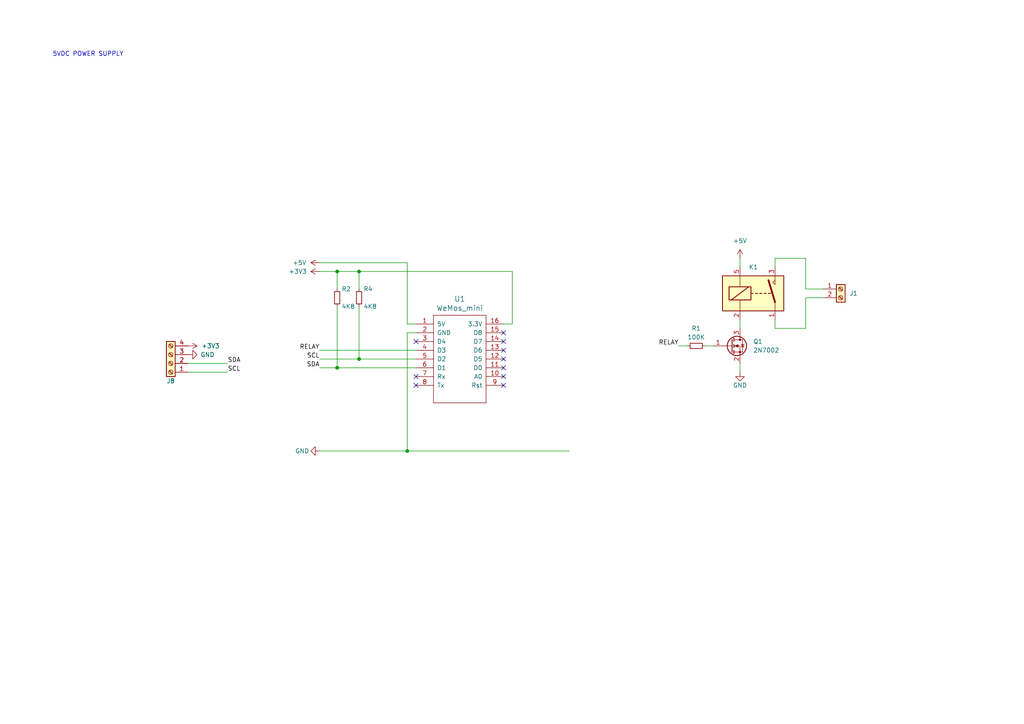
<source format=kicad_sch>
(kicad_sch (version 20230121) (generator eeschema)
  (paper "A4")
  (lib_symbols
    (symbol "Connector:Screw_Terminal_01x02" (pin_names (offset 1.016) hide)
      (property "Reference" "J" (at 0 2.54 0))
      (property "Value" "Screw_Terminal_01x02" (at 0 -5.08 0))
      (symbol "Screw_Terminal_01x02_1_1"
        (rectangle (start -1.27 1.27) (end 1.27 -3.81) (stroke (width 0.254)) (fill (type background)))
        (circle (center 0 -2.54) (radius 0.635) (stroke (width 0.1524)))
        (polyline (pts (xy -0.5334 -2.2098) (xy 0.3302 -3.048)) (stroke (width 0.1524)))
        (polyline (pts (xy -0.5334 0.3302) (xy 0.3302 -0.508)) (stroke (width 0.1524)))
        (polyline (pts (xy -0.3556 -2.032) (xy 0.508 -2.8702)) (stroke (width 0.1524)))
        (polyline (pts (xy -0.3556 0.508) (xy 0.508 -0.3302)) (stroke (width 0.1524)))
        (circle (center 0 0) (radius 0.635) (stroke (width 0.1524)))
        (pin passive line (at -5.08 0 0) (length 3.81) (name "Pin_1") (number "1"))
        (pin passive line (at -5.08 -2.54 0) (length 3.81) (name "Pin_2") (number "2"))
      )
    )
    (symbol "Connector:Screw_Terminal_01x04" (pin_names (offset 1.016) hide)
      (property "Reference" "J" (at 0 5.08 0))
      (property "Value" "Screw_Terminal_01x04" (at 0 -7.62 0))
      (symbol "Screw_Terminal_01x04_1_1"
        (rectangle (start -1.27 3.81) (end 1.27 -6.35) (stroke (width 0.254)) (fill (type background)))
        (circle (center 0 -5.08) (radius 0.635) (stroke (width 0.1524)))
        (circle (center 0 -2.54) (radius 0.635) (stroke (width 0.1524)))
        (polyline (pts (xy -0.5334 -4.7498) (xy 0.3302 -5.588)) (stroke (width 0.1524)))
        (polyline (pts (xy -0.5334 -2.2098) (xy 0.3302 -3.048)) (stroke (width 0.1524)))
        (polyline (pts (xy -0.5334 0.3302) (xy 0.3302 -0.508)) (stroke (width 0.1524)))
        (polyline (pts (xy -0.5334 2.8702) (xy 0.3302 2.032)) (stroke (width 0.1524)))
        (polyline (pts (xy -0.3556 -4.572) (xy 0.508 -5.4102)) (stroke (width 0.1524)))
        (polyline (pts (xy -0.3556 -2.032) (xy 0.508 -2.8702)) (stroke (width 0.1524)))
        (polyline (pts (xy -0.3556 0.508) (xy 0.508 -0.3302)) (stroke (width 0.1524)))
        (polyline (pts (xy -0.3556 3.048) (xy 0.508 2.2098)) (stroke (width 0.1524)))
        (circle (center 0 0) (radius 0.635) (stroke (width 0.1524)))
        (circle (center 0 2.54) (radius 0.635) (stroke (width 0.1524)))
        (pin passive line (at -5.08 2.54 0) (length 3.81) (name "Pin_1") (number "1"))
        (pin passive line (at -5.08 0 0) (length 3.81) (name "Pin_2") (number "2"))
        (pin passive line (at -5.08 -2.54 0) (length 3.81) (name "Pin_3") (number "3"))
        (pin passive line (at -5.08 -5.08 0) (length 3.81) (name "Pin_4") (number "4"))
      )
    )
    (symbol "Device:R_Small" (pin_numbers hide) (pin_names (offset 0.254) hide)
      (property "Reference" "R" (at 0.762 0.508 0))
      (property "Value" "R_Small" (at 0.762 -1.016 0))
      (symbol "R_Small_0_1"
        (rectangle (start -0.762 1.778) (end 0.762 -1.778) (stroke (width 0.2032)))
      )
      (symbol "R_Small_1_1"
        (pin passive line (at 0 2.54 270) (length 0.762) (name "~") (number "1"))
        (pin passive line (at 0 -2.54 90) (length 0.762) (name "~") (number "2"))
      )
    )
    (symbol "Relay:SANYOU_SRD_Form_A"
      (property "Reference" "K" (at 8.89 3.81 0))
      (property "Value" "SANYOU_SRD_Form_A" (at 8.89 1.27 0))
      (symbol "SANYOU_SRD_Form_A_0_0"
        (polyline (pts (xy 5.08 5.08) (xy 5.08 2.54) (xy 4.445 3.175) (xy 5.08 3.81)))
      )
      (symbol "SANYOU_SRD_Form_A_0_1"
        (rectangle (start -10.16 5.08) (end 7.62 -5.08) (stroke (width 0.254)) (fill (type background)))
        (rectangle (start -8.255 1.905) (end -1.905 -1.905) (stroke (width 0.254)))
        (polyline (pts (xy -7.62 -1.905) (xy -2.54 1.905)) (stroke (width 0.254)))
        (polyline (pts (xy -5.08 -5.08) (xy -5.08 -1.905)))
        (polyline (pts (xy -5.08 5.08) (xy -5.08 1.905)))
        (polyline (pts (xy -1.905 0) (xy -1.27 0)) (stroke (width 0.254)))
        (polyline (pts (xy -0.635 0) (xy 0 0)) (stroke (width 0.254)))
        (polyline (pts (xy 0.635 0) (xy 1.27 0)) (stroke (width 0.254)))
        (polyline (pts (xy 1.905 0) (xy 2.54 0)) (stroke (width 0.254)))
        (polyline (pts (xy 3.175 0) (xy 3.81 0)) (stroke (width 0.254)))
        (polyline (pts (xy 5.08 -2.54) (xy 3.175 3.81)) (stroke (width 0.508)))
        (polyline (pts (xy 5.08 -2.54) (xy 5.08 -5.08)))
      )
      (symbol "SANYOU_SRD_Form_A_1_1"
        (pin passive line (at 5.08 -7.62 90) (length 2.54) (name "~") (number "1"))
        (pin passive line (at -5.08 -7.62 90) (length 2.54) (name "~") (number "2"))
        (pin passive line (at 5.08 7.62 270) (length 2.54) (name "~") (number "3"))
        (pin passive line (at -5.08 7.62 270) (length 2.54) (name "~") (number "5"))
      )
    )
    (symbol "Transistor_FET:2N7002" (pin_names hide)
      (property "Reference" "Q" (at 5.08 1.905 0))
      (property "Value" "2N7002" (at 5.08 0 0))
      (symbol "2N7002_0_1"
        (polyline (pts (xy 0.254 0) (xy -2.54 0)))
        (polyline (pts (xy 0.254 1.905) (xy 0.254 -1.905)) (stroke (width 0.254)))
        (polyline (pts (xy 0.762 -1.27) (xy 0.762 -2.286)) (stroke (width 0.254)))
        (polyline (pts (xy 0.762 0.508) (xy 0.762 -0.508)) (stroke (width 0.254)))
        (polyline (pts (xy 0.762 2.286) (xy 0.762 1.27)) (stroke (width 0.254)))
        (polyline (pts (xy 2.54 2.54) (xy 2.54 1.778)))
        (polyline (pts (xy 2.54 -2.54) (xy 2.54 0) (xy 0.762 0)))
        (polyline (pts (xy 0.762 -1.778) (xy 3.302 -1.778) (xy 3.302 1.778) (xy 0.762 1.778)))
        (polyline (pts (xy 1.016 0) (xy 2.032 0.381) (xy 2.032 -0.381) (xy 1.016 0)) (fill (type outline)))
        (polyline (pts (xy 2.794 0.508) (xy 2.921 0.381) (xy 3.683 0.381) (xy 3.81 0.254)))
        (polyline (pts (xy 3.302 0.381) (xy 2.921 -0.254) (xy 3.683 -0.254) (xy 3.302 0.381)))
        (circle (center 1.651 0) (radius 2.794) (stroke (width 0.254)))
        (circle (center 2.54 -1.778) (radius 0.254) (fill (type outline)))
        (circle (center 2.54 1.778) (radius 0.254) (fill (type outline)))
      )
      (symbol "2N7002_1_1"
        (pin input line (at -5.08 0 0) (length 2.54) (name "G") (number "1"))
        (pin passive line (at 2.54 -5.08 90) (length 2.54) (name "S") (number "2"))
        (pin passive line (at 2.54 5.08 270) (length 2.54) (name "D") (number "3"))
      )
    )
    (symbol "multi001-v1-rescue:WeMos_mini-PDJR" (pin_names (offset 1.016))
      (property "Reference" "U" (at 0 12.7 0))
      (property "Value" "PDJR_WeMos_mini" (at 0 -12.7 0))
      (symbol "WeMos_mini-PDJR_0_1"
        (rectangle (start -7.62 11.43) (end 7.62 -13.97))
      )
      (symbol "WeMos_mini-PDJR_1_1"
        (pin power_in line (at -12.7 8.89 0) (length 5.08) (name "5V") (number "1"))
        (pin bidirectional line (at 12.7 -6.35 180) (length 5.08) (name "A0") (number "10"))
        (pin bidirectional line (at 12.7 -3.81 180) (length 5.08) (name "D0") (number "11"))
        (pin bidirectional line (at 12.7 -1.27 180) (length 5.08) (name "D5") (number "12"))
        (pin bidirectional line (at 12.7 1.27 180) (length 5.08) (name "D6") (number "13"))
        (pin bidirectional line (at 12.7 3.81 180) (length 5.08) (name "D7") (number "14"))
        (pin bidirectional line (at 12.7 6.35 180) (length 5.08) (name "D8") (number "15"))
        (pin power_out line (at 12.7 8.89 180) (length 5.08) (name "3.3V") (number "16"))
        (pin power_in line (at -12.7 6.35 0) (length 5.08) (name "GND") (number "2"))
        (pin bidirectional line (at -12.7 3.81 0) (length 5.08) (name "D4") (number "3"))
        (pin bidirectional line (at -12.7 1.27 0) (length 5.08) (name "D3") (number "4"))
        (pin bidirectional line (at -12.7 -1.27 0) (length 5.08) (name "D2") (number "5"))
        (pin bidirectional line (at -12.7 -3.81 0) (length 5.08) (name "D1") (number "6"))
        (pin bidirectional line (at -12.7 -6.35 0) (length 5.08) (name "Rx") (number "7"))
        (pin bidirectional line (at -12.7 -8.89 0) (length 5.08) (name "Tx") (number "8"))
        (pin bidirectional line (at 12.7 -8.89 180) (length 5.08) (name "Rst") (number "9"))
      )
    )
    (symbol "power:+3V3" (power) (pin_names (offset 0))
      (property "Value" "+3V3" (at 0 3.556 0))
      (symbol "+3V3_0_1"
        (polyline (pts (xy -0.762 1.27) (xy 0 2.54)))
        (polyline (pts (xy 0 0) (xy 0 2.54)))
        (polyline (pts (xy 0 2.54) (xy 0.762 1.27)))
      )
      (symbol "+3V3_1_1"
        (pin power_in line (at 0 0 90) (length 0) hide (name "+3V3") (number "1"))
      )
    )
    (symbol "power:+5V" (power) (pin_names (offset 0))
      (property "Value" "+5V" (at 0 3.556 0))
      (symbol "+5V_0_1"
        (polyline (pts (xy -0.762 1.27) (xy 0 2.54)))
        (polyline (pts (xy 0 0) (xy 0 2.54)))
        (polyline (pts (xy 0 2.54) (xy 0.762 1.27)))
      )
      (symbol "+5V_1_1"
        (pin power_in line (at 0 0 90) (length 0) hide (name "+5V") (number "1"))
      )
    )
    (symbol "power:GND" (power) (pin_names (offset 0))
      (property "Value" "GND" (at 0 -3.81 0))
      (symbol "GND_0_1"
        (polyline (pts (xy 0 0) (xy 0 -1.27) (xy 1.27 -1.27) (xy 0 -2.54) (xy -1.27 -1.27) (xy 0 -1.27)))
      )
      (symbol "GND_1_1"
        (pin power_in line (at 0 0 270) (length 0) hide (name "GND") (number "1"))
      )
    )
  )
  (junction (at 118.11 130.81))
  (junction (at 104.14 104.14))
  (junction (at 104.14 78.74))
  (junction (at 97.79 106.68))
  (junction (at 97.79 78.74))
  (no_connect (at 146.05 96.52))
  (no_connect (at 120.65 99.06))
  (no_connect (at 146.05 99.06))
  (no_connect (at 146.05 106.68))
  (no_connect (at 120.65 111.76))
  (no_connect (at 146.05 104.14))
  (no_connect (at 146.05 101.6))
  (no_connect (at 120.65 109.22))
  (no_connect (at 146.05 111.76))
  (no_connect (at 146.05 109.22))
  (wire (pts (xy 104.14 78.74) (xy 148.59 78.74)))
  (wire (pts (xy 224.79 74.93) (xy 233.68 74.93)))
  (wire (pts (xy 148.59 78.74) (xy 148.59 93.98)))
  (wire (pts (xy 204.47 100.33) (xy 207.01 100.33)))
  (wire (pts (xy 97.79 78.74) (xy 104.14 78.74)))
  (wire (pts (xy 120.65 96.52) (xy 118.11 96.52)))
  (wire (pts (xy 233.68 74.93) (xy 233.68 83.82)))
  (wire (pts (xy 54.61 105.41) (xy 66.04 105.41)))
  (wire (pts (xy 146.05 93.98) (xy 148.59 93.98)))
  (wire (pts (xy 224.79 77.47) (xy 224.79 74.93)))
  (wire (pts (xy 92.71 130.81) (xy 118.11 130.81)))
  (wire (pts (xy 118.11 130.81) (xy 165.1 130.81)))
  (wire (pts (xy 214.63 92.71) (xy 214.63 95.25)))
  (wire (pts (xy 118.11 96.52) (xy 118.11 130.81)))
  (wire (pts (xy 92.71 76.2) (xy 118.11 76.2)))
  (wire (pts (xy 233.68 86.36) (xy 238.76 86.36)))
  (wire (pts (xy 224.79 92.71) (xy 224.79 95.25)))
  (wire (pts (xy 120.65 93.98) (xy 118.11 93.98)))
  (wire (pts (xy 118.11 76.2) (xy 118.11 93.98)))
  (wire (pts (xy 97.79 78.74) (xy 97.79 83.82)))
  (wire (pts (xy 214.63 105.41) (xy 214.63 107.95)))
  (wire (pts (xy 224.79 95.25) (xy 233.68 95.25)))
  (wire (pts (xy 104.14 104.14) (xy 104.14 88.9)))
  (wire (pts (xy 214.63 74.93) (xy 214.63 77.47)))
  (wire (pts (xy 92.71 78.74) (xy 97.79 78.74)))
  (wire (pts (xy 104.14 78.74) (xy 104.14 83.82)))
  (wire (pts (xy 92.71 104.14) (xy 104.14 104.14)))
  (wire (pts (xy 92.71 101.6) (xy 120.65 101.6)))
  (wire (pts (xy 196.85 100.33) (xy 199.39 100.33)))
  (wire (pts (xy 92.71 106.68) (xy 97.79 106.68)))
  (wire (pts (xy 97.79 106.68) (xy 97.79 88.9)))
  (wire (pts (xy 104.14 104.14) (xy 120.65 104.14)))
  (wire (pts (xy 97.79 106.68) (xy 120.65 106.68)))
  (wire (pts (xy 54.61 107.95) (xy 66.04 107.95)))
  (wire (pts (xy 233.68 95.25) (xy 233.68 86.36)))
  (wire (pts (xy 233.68 83.82) (xy 238.76 83.82)))
  (text "5VDC POWER SUPPLY" (at 15.24 16.51 0) (effects (font (size 1.27 1.27)) (justify left bottom)))
  (label "SDA" (at 92.71 106.68 180))
  (label "SDA" (at 66.04 105.41 0))
  (label "SCL" (at 92.71 104.14 180))
  (label "SCL" (at 66.04 107.95 0))
  (label "RELAY" (at 92.71 101.6 180))
  (label "RELAY" (at 196.85 100.33 180))
  (symbol (lib_id "multi001-v1-rescue:WeMos_mini-PDJR") (at 133.35 102.87 0) (unit 1)
    (property "Reference" "U1" (at 133.35 86.6902 0) (effects (font (size 1.524 1.524))))
    (property "Value" "WeMos_mini" (at 133.35 89.3826 0) (effects (font (size 1.524 1.524))))
    (property "Footprint" "wemos_d1_mini:D1_mini_board" (effects hide))
  )
  (symbol (lib_id "Connector:Screw_Terminal_01x04") (at 49.53 105.41 180) (unit 1)
    (property "Reference" "J8" (at 49.53 110.49 0))
    (property "Value" "Screw_Terminal_01x04" (effects hide))
    (property "Footprint" "Connector_PinHeader_2.54mm:PinHeader_1x04_P2.54mm_Vertical" (effects hide))
  )
  (symbol (lib_id "power:+3V3") (at 54.61 100.33 270) (mirror x) (unit 1)
    (property "Reference" "#PWR0112" (effects hide))
    (property "Value" "+3V3" (at 58.42 100.33 90) (effects (justify left)))
  )
  (symbol (lib_id "power:GND") (at 54.61 102.87 90) (mirror x) (unit 1)
    (property "Reference" "#PWR0114" (effects hide))
    (property "Value" "GND" (at 62.23 102.87 90) (effects (justify left)))
  )
  (symbol (lib_id "Device:R_Small") (at 201.93 100.33 90) (unit 1)
    (property "Reference" "R1" (at 201.93 95.25 90))
    (property "Value" "100K" (at 201.93 97.79 90))
    (property "Footprint" "Resistor_SMD:R_0805_2012Metric" (effects hide))
  )
  (symbol (lib_id "Transistor_FET:2N7002") (at 212.09 100.33 0) (unit 1)
    (property "Reference" "Q1" (at 218.44 99.06 0) (effects (justify left)))
    (property "Value" "2N7002" (at 218.44 101.6 0) (effects (justify left)))
    (property "Footprint" "Package_TO_SOT_SMD:SOT-23" (effects hide))
    (property "Datasheet" "https://www.onsemi.com/pub/Collateral/NDS7002A-D.PDF" (effects hide))
  )
  (symbol (lib_id "Device:R_Small") (at 97.79 86.36 180) (unit 1)
    (property "Reference" "R2" (at 99.06 83.82 0) (effects (justify right)))
    (property "Value" "4K8" (at 99.06 88.9 0) (effects (justify right)))
    (property "Footprint" "Resistor_SMD:R_0805_2012Metric" (effects hide))
  )
  (symbol (lib_id "Relay:SANYOU_SRD_Form_A") (at 219.71 85.09 0) (unit 1)
    (property "Reference" "K1" (at 217.17 77.47 0) (effects (justify left)))
    (property "Value" "SANYOU_SRD_Form_A" (effects hide))
    (property "Footprint" "Relay_THT:Relay_SPST_SANYOU_SRD_Series_Form_A" (effects hide))
    (property "Datasheet" "http://www.sanyourelay.ca/public/products/pdf/SRD.pdf" (effects hide))
  )
  (symbol (lib_id "Device:R_Small") (at 104.14 86.36 180) (unit 1)
    (property "Reference" "R4" (at 105.41 83.82 0) (effects (justify right)))
    (property "Value" "4K8" (at 105.41 88.9 0) (effects (justify right)))
    (property "Footprint" "Resistor_SMD:R_0805_2012Metric" (effects hide))
  )
  (symbol (lib_id "power:GND") (at 214.63 107.95 0) (unit 1)
    (property "Reference" "#PWR02" (effects hide))
    (property "Value" "GND" (at 214.63 111.76 0))
  )
  (symbol (lib_id "power:+5V") (at 214.63 74.93 0) (unit 1)
    (property "Reference" "#PWR03" (effects hide))
    (property "Value" "+5V" (at 214.63 69.85 0))
  )
  (symbol (lib_id "power:GND") (at 92.71 130.81 270) (unit 1)
    (property "Reference" "#PWR05" (effects hide))
    (property "Value" "GND" (at 87.63 130.81 90))
  )
  (symbol (lib_id "Connector:Screw_Terminal_01x02") (at 243.84 83.82 0) (unit 1)
    (property "Reference" "J1" (at 246.38 85.09 0) (effects (justify left)))
    (property "Value" "Screw_Terminal_01x02" (effects hide))
    (property "Footprint" "Connector_PinHeader_2.00mm:PinHeader_1x02_P2.00mm_Vertical_SMD_Pin1Right" (effects hide))
  )
  (symbol (lib_id "power:+5V") (at 92.71 76.2 90) (unit 1)
    (property "Reference" "#PWR01" (effects hide))
    (property "Value" "+5V" (at 88.9 76.2 90) (effects (justify left)))
  )
  (symbol (lib_id "power:+3V3") (at 92.71 78.74 90) (unit 1)
    (property "Reference" "#PWR04" (effects hide))
    (property "Value" "+3V3" (at 86.36 78.74 90))
  )
)
</source>
